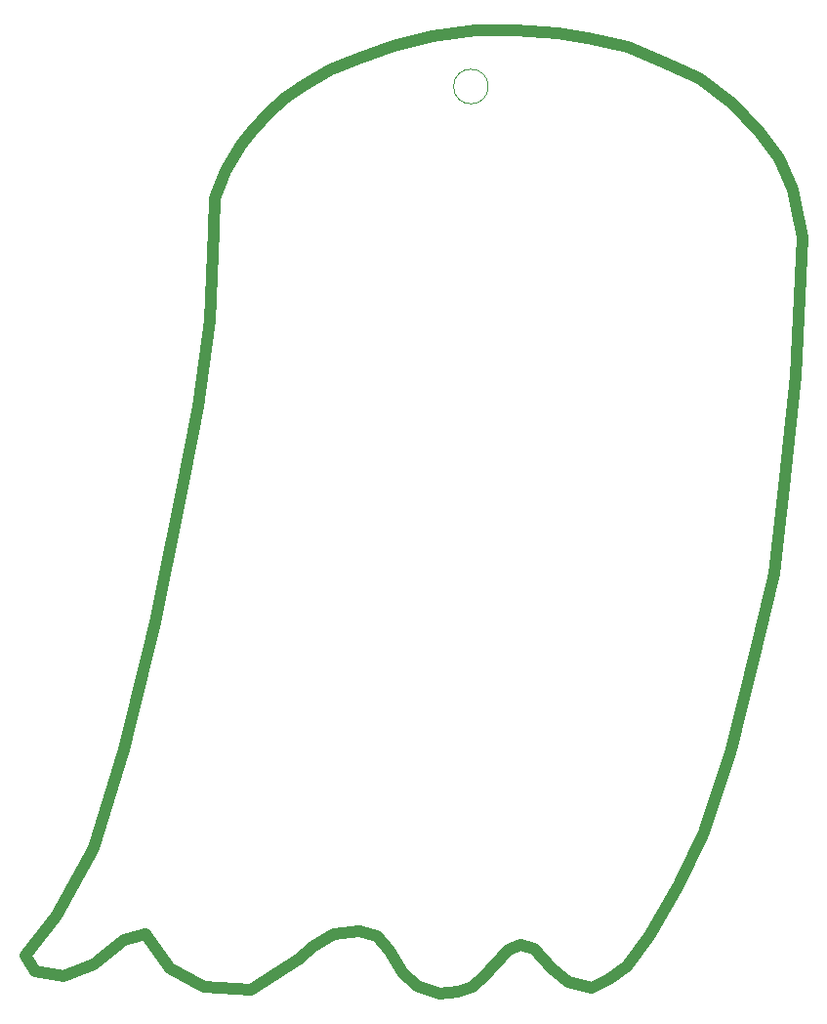
<source format=gbr>
%TF.GenerationSoftware,KiCad,Pcbnew,(5.1.9-0-10_14)*%
%TF.CreationDate,2021-10-18T11:04:09-07:00*%
%TF.ProjectId,ghost_pcb_2a,67686f73-745f-4706-9362-5f32612e6b69,rev?*%
%TF.SameCoordinates,Original*%
%TF.FileFunction,Profile,NP*%
%FSLAX46Y46*%
G04 Gerber Fmt 4.6, Leading zero omitted, Abs format (unit mm)*
G04 Created by KiCad (PCBNEW (5.1.9-0-10_14)) date 2021-10-18 11:04:09*
%MOMM*%
%LPD*%
G01*
G04 APERTURE LIST*
%TA.AperFunction,Profile*%
%ADD10C,0.100000*%
%TD*%
%TA.AperFunction,Profile*%
%ADD11C,1.000000*%
%TD*%
G04 APERTURE END LIST*
D10*
X138660000Y-57912000D02*
G75*
G03*
X138660000Y-57912000I-1500000J0D01*
G01*
D11*
X111097548Y-134303498D02*
X114037514Y-135907116D01*
X108959392Y-131363538D02*
X111097548Y-134303498D01*
X113502972Y-85660438D02*
X112166624Y-92609458D01*
X98535878Y-133234418D02*
X99337688Y-134570758D01*
X101208578Y-129759918D02*
X98535878Y-133234418D01*
X114839324Y-70426080D02*
X114572052Y-78176900D01*
X122322868Y-133501678D02*
X123391948Y-132432598D01*
X118046554Y-136174376D02*
X122322868Y-133501678D01*
X114037514Y-135907116D02*
X118046554Y-136174376D01*
X127400978Y-55458980D02*
X130474580Y-54389900D01*
X124995550Y-56394420D02*
X127400978Y-55458980D01*
X122590128Y-57864420D02*
X124995550Y-56394420D01*
X120986510Y-58933500D02*
X122590128Y-57864420D01*
X119650164Y-60269840D02*
X120986510Y-58933500D01*
X118313816Y-61606180D02*
X119650164Y-60269840D01*
X117244736Y-62942540D02*
X118313816Y-61606180D01*
X104415810Y-123879978D02*
X101208578Y-129759918D01*
X107088502Y-115327358D02*
X104415810Y-123879978D01*
X152657960Y-131497158D02*
X150653440Y-134169858D01*
X155197020Y-127087218D02*
X152657960Y-131497158D01*
X157335180Y-122543638D02*
X155197020Y-127087218D01*
X159740600Y-115327358D02*
X157335180Y-122543638D01*
X161878760Y-106774738D02*
X159740600Y-115327358D01*
X163482380Y-100092998D02*
X161878760Y-106774738D01*
X164284180Y-92609458D02*
X163482380Y-100092998D01*
X165353260Y-82987738D02*
X164284180Y-92609458D01*
X165887800Y-70960620D02*
X165353260Y-82987738D01*
X107088502Y-131898078D02*
X108959392Y-131363538D01*
X104449218Y-134002818D02*
X107088502Y-131898078D01*
X134397822Y-136536116D02*
X135998078Y-136379516D01*
X132499254Y-135859878D02*
X134397822Y-136536116D01*
X131188620Y-134697678D02*
X132499254Y-135859878D01*
X142617740Y-132657918D02*
X141432640Y-132298938D01*
X144188940Y-134302058D02*
X142617740Y-132657918D01*
X145616700Y-135503458D02*
X144188940Y-134302058D01*
X147610860Y-136033996D02*
X145616700Y-135503458D01*
X149183460Y-135238938D02*
X147610860Y-136033996D01*
X150653440Y-134169858D02*
X149183460Y-135238938D01*
X109761202Y-104369298D02*
X107088502Y-115327358D01*
X112166624Y-92609458D02*
X109761202Y-104369298D01*
X141432640Y-132298858D02*
X141432640Y-132298858D01*
X140430940Y-132680138D02*
X141432640Y-132298858D01*
X139185568Y-134060078D02*
X140430940Y-132680138D01*
X114572052Y-78176900D02*
X113502972Y-85660438D01*
X130085952Y-132780378D02*
X131188620Y-134697678D01*
X129000224Y-131508738D02*
X130085952Y-132780378D01*
X127467806Y-131096278D02*
X129000224Y-131508738D01*
X125262832Y-131363538D02*
X127467806Y-131096278D01*
X123391948Y-132432598D02*
X125262832Y-131363538D01*
X101814874Y-134992858D02*
X104449218Y-134002818D01*
X99337688Y-134570758D02*
X101814874Y-134992858D01*
X138406286Y-134955378D02*
X139185568Y-134060078D01*
X137320994Y-135954276D02*
X138406286Y-134955378D01*
X135998078Y-136379516D02*
X137320994Y-135954276D01*
X115908388Y-65214320D02*
X117244736Y-62942540D01*
X114972944Y-67619760D02*
X115908388Y-65214320D01*
X114839324Y-70426080D02*
X114972944Y-67619760D01*
X156934260Y-57196240D02*
X159740600Y-59334400D01*
X153727040Y-55726260D02*
X156934260Y-57196240D01*
X150787080Y-54523540D02*
X153727040Y-55726260D01*
X147312540Y-53721740D02*
X150787080Y-54523540D01*
X144639860Y-53320840D02*
X147312540Y-53721740D01*
X141031720Y-53053560D02*
X144639860Y-53320840D01*
X137557220Y-53053560D02*
X141031720Y-53053560D01*
X133815446Y-53588100D02*
X137557220Y-53053560D01*
X130474580Y-54389900D02*
X133815446Y-53588100D01*
X165887780Y-70960620D02*
X165887780Y-70960620D01*
X165353260Y-68154280D02*
X165887780Y-70960620D01*
X165086000Y-66817940D02*
X165353260Y-68154280D01*
X163883280Y-64145240D02*
X165086000Y-66817940D01*
X162146020Y-61739820D02*
X163883280Y-64145240D01*
X159740600Y-59334400D02*
X162146020Y-61739820D01*
M02*

</source>
